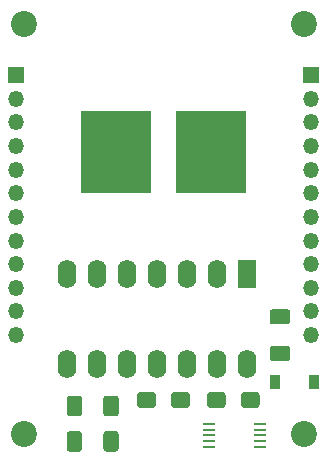
<source format=gts>
%TF.GenerationSoftware,KiCad,Pcbnew,5.1.7-a382d34a8~88~ubuntu18.04.1*%
%TF.CreationDate,2022-12-01T09:52:47-05:00*%
%TF.ProjectId,Global_Val_Sen_Tem,476c6f62-616c-45f5-9661-6c5f53656e5f,rev?*%
%TF.SameCoordinates,Original*%
%TF.FileFunction,Soldermask,Top*%
%TF.FilePolarity,Negative*%
%FSLAX46Y46*%
G04 Gerber Fmt 4.6, Leading zero omitted, Abs format (unit mm)*
G04 Created by KiCad (PCBNEW 5.1.7-a382d34a8~88~ubuntu18.04.1) date 2022-12-01 09:52:47*
%MOMM*%
%LPD*%
G01*
G04 APERTURE LIST*
%ADD10O,1.600000X2.400000*%
%ADD11R,1.600000X2.400000*%
%ADD12R,6.000000X7.000000*%
%ADD13R,0.900000X1.200000*%
%ADD14R,1.100000X0.250000*%
%ADD15O,1.350000X1.350000*%
%ADD16R,1.350000X1.350000*%
%ADD17C,2.200000*%
G04 APERTURE END LIST*
D10*
%TO.C,IC3*%
X161105000Y-70970000D03*
X145865000Y-63350000D03*
X158565000Y-70970000D03*
X148405000Y-63350000D03*
X156025000Y-70970000D03*
X150945000Y-63350000D03*
X153485000Y-70970000D03*
X153485000Y-63350000D03*
X150945000Y-70970000D03*
X156025000Y-63350000D03*
X148405000Y-70970000D03*
X158565000Y-63350000D03*
X145865000Y-70970000D03*
D11*
X161105000Y-63350000D03*
%TD*%
D12*
%TO.C,Termocupla*%
X150000000Y-53000000D03*
X158000000Y-53000000D03*
%TD*%
%TO.C,Rtl1*%
G36*
G01*
X164475000Y-67600000D02*
X163225000Y-67600000D01*
G75*
G02*
X162975000Y-67350000I0J250000D01*
G01*
X162975000Y-66550000D01*
G75*
G02*
X163225000Y-66300000I250000J0D01*
G01*
X164475000Y-66300000D01*
G75*
G02*
X164725000Y-66550000I0J-250000D01*
G01*
X164725000Y-67350000D01*
G75*
G02*
X164475000Y-67600000I-250000J0D01*
G01*
G37*
G36*
G01*
X164475000Y-70700000D02*
X163225000Y-70700000D01*
G75*
G02*
X162975000Y-70450000I0J250000D01*
G01*
X162975000Y-69650000D01*
G75*
G02*
X163225000Y-69400000I250000J0D01*
G01*
X164475000Y-69400000D01*
G75*
G02*
X164725000Y-69650000I0J-250000D01*
G01*
X164725000Y-70450000D01*
G75*
G02*
X164475000Y-70700000I-250000J0D01*
G01*
G37*
%TD*%
D13*
%TO.C,Dlim1*%
X166750000Y-72500000D03*
X163450000Y-72500000D03*
%TD*%
%TO.C,Cadc1*%
G36*
G01*
X160550000Y-74425001D02*
X160550000Y-73574999D01*
G75*
G02*
X160799999Y-73325000I249999J0D01*
G01*
X161875001Y-73325000D01*
G75*
G02*
X162125000Y-73574999I0J-249999D01*
G01*
X162125000Y-74425001D01*
G75*
G02*
X161875001Y-74675000I-249999J0D01*
G01*
X160799999Y-74675000D01*
G75*
G02*
X160550000Y-74425001I0J249999D01*
G01*
G37*
G36*
G01*
X157675000Y-74425001D02*
X157675000Y-73574999D01*
G75*
G02*
X157924999Y-73325000I249999J0D01*
G01*
X159000001Y-73325000D01*
G75*
G02*
X159250000Y-73574999I0J-249999D01*
G01*
X159250000Y-74425001D01*
G75*
G02*
X159000001Y-74675000I-249999J0D01*
G01*
X157924999Y-74675000D01*
G75*
G02*
X157675000Y-74425001I0J249999D01*
G01*
G37*
%TD*%
%TO.C,Rsda1*%
G36*
G01*
X147100000Y-73875000D02*
X147100000Y-75125000D01*
G75*
G02*
X146850000Y-75375000I-250000J0D01*
G01*
X146050000Y-75375000D01*
G75*
G02*
X145800000Y-75125000I0J250000D01*
G01*
X145800000Y-73875000D01*
G75*
G02*
X146050000Y-73625000I250000J0D01*
G01*
X146850000Y-73625000D01*
G75*
G02*
X147100000Y-73875000I0J-250000D01*
G01*
G37*
G36*
G01*
X150200000Y-73875000D02*
X150200000Y-75125000D01*
G75*
G02*
X149950000Y-75375000I-250000J0D01*
G01*
X149150000Y-75375000D01*
G75*
G02*
X148900000Y-75125000I0J250000D01*
G01*
X148900000Y-73875000D01*
G75*
G02*
X149150000Y-73625000I250000J0D01*
G01*
X149950000Y-73625000D01*
G75*
G02*
X150200000Y-73875000I0J-250000D01*
G01*
G37*
%TD*%
%TO.C,Rscl1*%
G36*
G01*
X147100000Y-76875000D02*
X147100000Y-78125000D01*
G75*
G02*
X146850000Y-78375000I-250000J0D01*
G01*
X146050000Y-78375000D01*
G75*
G02*
X145800000Y-78125000I0J250000D01*
G01*
X145800000Y-76875000D01*
G75*
G02*
X146050000Y-76625000I250000J0D01*
G01*
X146850000Y-76625000D01*
G75*
G02*
X147100000Y-76875000I0J-250000D01*
G01*
G37*
G36*
G01*
X150200000Y-76875000D02*
X150200000Y-78125000D01*
G75*
G02*
X149950000Y-78375000I-250000J0D01*
G01*
X149150000Y-78375000D01*
G75*
G02*
X148900000Y-78125000I0J250000D01*
G01*
X148900000Y-76875000D01*
G75*
G02*
X149150000Y-76625000I250000J0D01*
G01*
X149950000Y-76625000D01*
G75*
G02*
X150200000Y-76875000I0J-250000D01*
G01*
G37*
%TD*%
D14*
%TO.C,ADC1*%
X157850000Y-78000000D03*
X157850000Y-77500000D03*
X157850000Y-77000000D03*
X157850000Y-76500000D03*
X157850000Y-76000000D03*
X162150000Y-76000000D03*
X162150000Y-76500000D03*
X162150000Y-77000000D03*
X162150000Y-77500000D03*
X162150000Y-78000000D03*
%TD*%
%TO.C,Ccomp1*%
G36*
G01*
X153350000Y-73574999D02*
X153350000Y-74425001D01*
G75*
G02*
X153100001Y-74675000I-249999J0D01*
G01*
X152024999Y-74675000D01*
G75*
G02*
X151775000Y-74425001I0J249999D01*
G01*
X151775000Y-73574999D01*
G75*
G02*
X152024999Y-73325000I249999J0D01*
G01*
X153100001Y-73325000D01*
G75*
G02*
X153350000Y-73574999I0J-249999D01*
G01*
G37*
G36*
G01*
X156225000Y-73574999D02*
X156225000Y-74425001D01*
G75*
G02*
X155975001Y-74675000I-249999J0D01*
G01*
X154899999Y-74675000D01*
G75*
G02*
X154650000Y-74425001I0J249999D01*
G01*
X154650000Y-73574999D01*
G75*
G02*
X154899999Y-73325000I249999J0D01*
G01*
X155975001Y-73325000D01*
G75*
G02*
X156225000Y-73574999I0J-249999D01*
G01*
G37*
%TD*%
D15*
%TO.C,JI_temp*%
X166500000Y-68500000D03*
X166500000Y-66500000D03*
X166500000Y-64500000D03*
X166500000Y-62500000D03*
X166500000Y-60500000D03*
X166500000Y-58500000D03*
X166500000Y-56500000D03*
X166500000Y-54500000D03*
X166500000Y-52500000D03*
X166500000Y-50500000D03*
X166500000Y-48500000D03*
D16*
X166500000Y-46500000D03*
%TD*%
D15*
%TO.C,JD_temp*%
X141500000Y-68500000D03*
X141500000Y-66500000D03*
X141500000Y-64500000D03*
X141500000Y-62500000D03*
X141500000Y-60500000D03*
X141500000Y-58500000D03*
X141500000Y-56500000D03*
X141500000Y-54500000D03*
X141500000Y-52500000D03*
X141500000Y-50500000D03*
X141500000Y-48500000D03*
D16*
X141500000Y-46500000D03*
%TD*%
D17*
%TO.C,Hrs4*%
X165850000Y-42150000D03*
%TD*%
%TO.C,His4*%
X142150000Y-42150000D03*
%TD*%
%TO.C,Hid4*%
X142150000Y-76850000D03*
%TD*%
%TO.C,Hdd4*%
X165850000Y-76850000D03*
%TD*%
M02*

</source>
